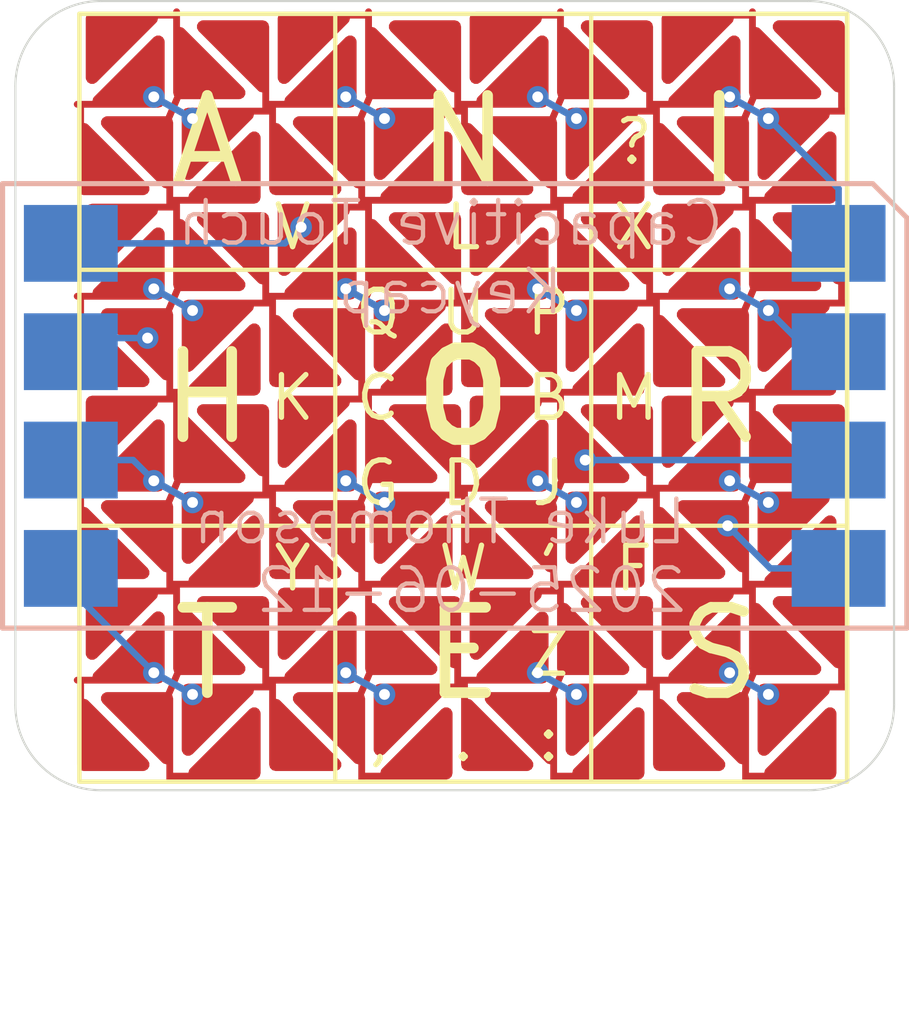
<source format=kicad_pcb>
(kicad_pcb (version 20241229) (generator "pcbnew") (generator_version "9.0")
  (layers (0 "F.Cu" signal) (2 "B.Cu" signal) (13 "F.Paste" user) (15 "B.Paste" user) (5 "F.SilkS" user "F.Silkscreen") (7 "B.SilkS" user "B.Silkscreen") (1 "F.Mask" user) (3 "B.Mask" user) (25 "Edge.Cuts" user))
  (net 0 "")
  (net 1 "col2")
  (net 2 "row1")
  (net 3 "col4")
  (net 4 "row3")
  (net 5 "row2")
  (net 6 "col1")
  (net 7 "row4")
  (net 8 "col3")
  (footprint "capacitive_touch:grid_4x4" (layer "F.Cu") (at 180.505147 124.750131)
    (property "Reference" "J4" (hide yes))
    (property "Value" "Capacitive_touch_grid_4x4")
  )
  (footprint "capacitive_touch:esp32_s3_partial" (layer "B.Cu") (at 180.6 113.59 -90)
    (property "Reference" "J6" (hide yes))
    (property "Value" "Conn_01x08")
  )
  (gr_rect (start 171.8 116.4) (end 189.8 122.4) (stroke (width 0.1)) (fill no) (layer "F.SilkS"))
  (gr_rect (start 183.8 104.4) (end 189.8 122.4) (stroke (width 0.1)) (fill no) (layer "F.SilkS"))
  (gr_rect (start 171.8 104.4) (end 189.8 122.4) (stroke (width 0.1)) (fill no) (layer "F.SilkS"))
  (gr_rect (start 171.8 104.4) (end 177.8 122.4) (stroke (width 0.1)) (fill no) (layer "F.SilkS"))
  (gr_rect (start 171.8 104.4) (end 189.8 110.4) (stroke (width 0.1)) (fill no) (layer "F.SilkS"))
  (gr_arc (start 190.9 120.6) (mid 190.314214 122.014214) (end 188.9 122.6) (stroke (width 0.05)) (layer "Edge.Cuts"))
  (gr_arc (start 170.3 106.1) (mid 170.885786 104.685786) (end 172.3 104.1) (stroke (width 0.05)) (layer "Edge.Cuts"))
  (gr_line (start 170.3 120.6) (end 170.3 106.1) (stroke (width 0.05)) (layer "Edge.Cuts"))
  (gr_line (start 188.9 122.6) (end 172.3 122.6) (stroke (width 0.05)) (layer "Edge.Cuts"))
  (gr_line (start 172.3 104.1) (end 188.9 104.1) (stroke (width 0.05)) (layer "Edge.Cuts"))
  (gr_arc (start 188.9 104.1) (mid 190.314214 104.685786) (end 190.9 106.1) (stroke (width 0.05)) (layer "Edge.Cuts"))
  (gr_arc (start 172.3 122.6) (mid 170.885786 122.014214) (end 170.3 120.6) (stroke (width 0.05)) (layer "Edge.Cuts"))
  (gr_line (start 190.9 106.1) (end 190.9 120.6) (stroke (width 0.05)) (layer "Edge.Cuts"))
  (gr_text "J" (at 182.8 115.4 0) (layer "F.SilkS") (effects (font (size 1 1) (thickness 0.125))))
  (gr_text "N" (at 180.8 107.4 0) (layer "F.SilkS") (effects (font (size 2 2) (thickness 0.25))))
  (gr_text "E" (at 180.8 119.4 0) (layer "F.SilkS") (effects (font (size 2 2) (thickness 0.25))))
  (gr_text "Z" (at 182.8 119.4 0) (layer "F.SilkS") (effects (font (size 1 1) (thickness 0.125))))
  (gr_text "X" (at 184.8 109.4 0) (layer "F.SilkS") (effects (font (size 1 1) (thickness 0.125))))
  (gr_text "B" (at 182.8 113.4 0) (layer "F.SilkS") (effects (font (size 1 1) (thickness 0.125))))
  (gr_text "R" (at 186.8 113.4 0) (layer "F.SilkS") (effects (font (size 2 2) (thickness 0.25))))
  (gr_text "D" (at 180.8 115.4 0) (layer "F.SilkS") (effects (font (size 1 1) (thickness 0.125))))
  (gr_text "'" (at 182.8 117.4 0) (layer "F.SilkS") (effects (font (size 1 1) (thickness 0.125))))
  (gr_text ":" (at 182.8 121.4 0) (layer "F.SilkS") (effects (font (size 1 1) (thickness 0.125))))
  (gr_text "P" (at 182.8 111.4 0) (layer "F.SilkS") (effects (font (size 1 1) (thickness 0.125))))
  (gr_text "V" (at 176.8 109.4 0) (layer "F.SilkS") (effects (font (size 1 1) (thickness 0.125))))
  (gr_text "Y" (at 176.8 117.4 0) (layer "F.SilkS") (effects (font (size 1 1) (thickness 0.125))))
  (gr_text "?" (at 184.8 107.4 0) (layer "F.SilkS") (effects (font (size 1 1) (thickness 0.125))))
  (gr_text "M" (at 184.8 113.4 0) (layer "F.SilkS") (effects (font (size 1 1) (thickness 0.125))))
  (gr_text "G" (at 178.8 115.4 0) (layer "F.SilkS") (effects (font (size 1 1) (thickness 0.125))))
  (gr_text "L" (at 180.8 109.4 0) (layer "F.SilkS") (effects (font (size 1 1) (thickness 0.125))))
  (gr_text "H" (at 174.8 113.4 0) (layer "F.SilkS") (effects (font (size 2 2) (thickness 0.25))))
  (gr_text "K" (at 176.8 113.4 0) (layer "F.SilkS") (effects (font (size 1 1) (thickness 0.125))))
  (gr_text "." (at 180.8 121.4 0) (layer "F.SilkS") (effects (font (size 1 1) (thickness 0.125))))
  (gr_text "C" (at 178.8 113.4 0) (layer "F.SilkS") (effects (font (size 1 1) (thickness 0.125))))
  (gr_text "A" (at 174.8 107.4 0) (layer "F.SilkS") (effects (font (size 2 2) (thickness 0.25))))
  (gr_text "F" (at 184.8 117.4 0) (layer "F.SilkS") (effects (font (size 1 1) (thickness 0.125))))
  (gr_text "I" (at 186.8 107.4 0) (layer "F.SilkS") (effects (font (size 2 2) (thickness 0.25))))
  (gr_text "U" (at 180.8 111.4 0) (layer "F.SilkS") (effects (font (size 1 1) (thickness 0.125))))
  (gr_text "W" (at 180.8 117.4 0) (layer "F.SilkS") (effects (font (size 1 1) (thickness 0.125))))
  (gr_text "O" (at 180.8 113.4 0) (layer "F.SilkS") (effects (font (size 2 2) (thickness 0.4) (bold yes))))
  (gr_text "T" (at 174.8 119.4 0) (layer "F.SilkS") (effects (font (size 2 2) (thickness 0.25))))
  (gr_text "Q" (at 178.8 111.4 0) (layer "F.SilkS") (effects (font (size 1 1) (thickness 0.125))))
  (gr_text "S" (at 186.8 119.4 0) (layer "F.SilkS") (effects (font (size 2 2) (thickness 0.25))))
  (gr_text "," (at 178.8 121.4 0) (layer "F.SilkS") (effects (font (size 1 1) (thickness 0.125))))
  (gr_text "Luke Thompson\n2025-06-12" (at 186.1 118.5 0) (layer "B.SilkS") (effects (font (size 1 1) (thickness 0.1)) (justify left bottom mirror)))
  (gr_text "Capacitive Touch\nKeycap" (at 180.5 111.5 0) (layer "B.SilkS") (effects (font (size 1 1) (thickness 0.1)) (justify bottom mirror)))
  (segment (start 189.6 112.32) (end 188.92 112.32) (width 0.1524) (layer "B.Cu") (net 1))
  (segment (start 188.92 112.32) (end 187.954 111.354) (width 0.1524) (layer "B.Cu") (net 1))
  (via (at 173.4 112) (size 0.508) (drill 0.254) (layers "F.Cu" "B.Cu") (net 2))
  (segment (start 171.6 112.32) (end 171.92 112) (width 0.1524) (layer "B.Cu") (net 2))
  (segment (start 171.92 112) (end 173.4 112) (width 0.1524) (layer "B.Cu") (net 2))
  (segment (start 171.6 117.4) (end 171.6 117.899999) (width 0.1524) (layer "B.Cu") (net 3))
  (segment (start 171.6 117.899999) (end 173.546001 119.846) (width 0.1524) (layer "B.Cu") (net 3))
  (via (at 183.66 114.86) (size 0.508) (drill 0.254) (layers "F.Cu" "B.Cu") (net 4))
  (segment (start 183.6 114.8) (end 183.66 114.86) (width 0.1524) (layer "B.Cu") (net 4))
  (segment (start 189.6 114.86) (end 183.66 114.86) (width 0.1524) (layer "B.Cu") (net 4))
  (via (at 177 109.4) (size 0.508) (drill 0.254) (layers "F.Cu" "B.Cu") (net 5))
  (segment (start 176.62 109.78) (end 177 109.4) (width 0.1524) (layer "B.Cu") (net 5))
  (segment (start 171.6 109.78) (end 176.62 109.78) (width 0.1524) (layer "B.Cu") (net 5))
  (segment (start 189.6 108.5) (end 187.954 106.854) (width 0.1524) (layer "B.Cu") (net 6))
  (segment (start 189.6 109.78) (end 189.6 108.5) (width 0.1524) (layer "B.Cu") (net 6))
  (via (at 187 116.4) (size 0.508) (drill 0.254) (layers "F.Cu" "B.Cu") (net 7))
  (segment (start 189.6 117.4) (end 188 117.4) (width 0.1524) (layer "B.Cu") (net 7))
  (segment (start 188 117.4) (end 187 116.4) (width 0.1524) (layer "B.Cu") (net 7))
  (segment (start 171.6 114.86) (end 173.060001 114.86) (width 0.1524) (layer "B.Cu") (net 8))
  (segment (start 173.060001 114.86) (end 173.546001 115.346) (width 0.1524) (layer "B.Cu") (net 8))
)
</source>
